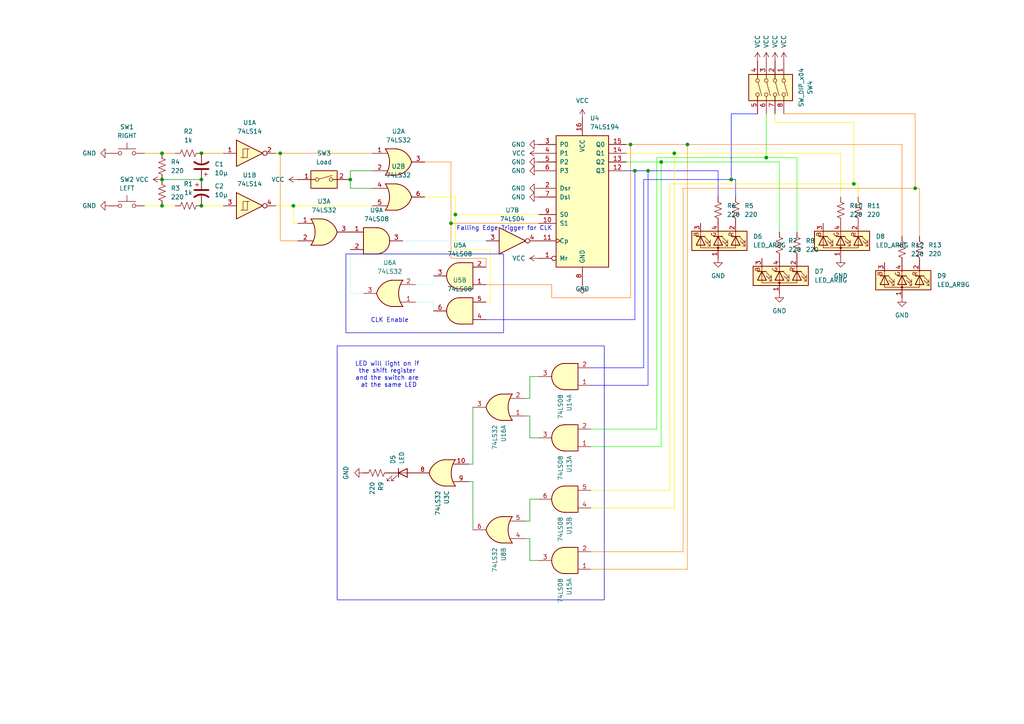
<source format=kicad_sch>
(kicad_sch (version 20250114) (generator "eeschema") (generator_version "9.0")
  (paper "A4")
  (lib_symbols
    (symbol "74xx:74LS04"
      (property "Reference" "U" (at 0 1.27 0))
      (property "Value" "74LS04" (at 0 -1.27 0))
      (symbol "74LS04_1_0"
        (pin input line (at -7.62 0 0) (length 3.81) (name "~") (number "1"))
        (pin output inverted (at 7.62 0 180) (length 3.81) (name "~") (number "2"))
      )
      (symbol "74LS04_2_0"
        (pin input line (at -7.62 0 0) (length 3.81) (name "~") (number "3"))
        (pin output inverted (at 7.62 0 180) (length 3.81) (name "~") (number "4"))
      )
      (symbol "74LS04_3_0"
        (pin input line (at -7.62 0 0) (length 3.81) (name "~") (number "5"))
        (pin output inverted (at 7.62 0 180) (length 3.81) (name "~") (number "6"))
      )
      (symbol "74LS04_4_0"
        (pin input line (at -7.62 0 0) (length 3.81) (name "~") (number "9"))
        (pin output inverted (at 7.62 0 180) (length 3.81) (name "~") (number "8"))
      )
      (symbol "74LS04_5_0"
        (pin input line (at -7.62 0 0) (length 3.81) (name "~") (number "11"))
        (pin output inverted (at 7.62 0 180) (length 3.81) (name "~") (number "10"))
      )
      (symbol "74LS04_6_0"
        (pin input line (at -7.62 0 0) (length 3.81) (name "~") (number "13"))
        (pin output inverted (at 7.62 0 180) (length 3.81) (name "~") (number "12"))
      )
      (symbol "74LS04_7_0"
        (pin power_in line (at 0 12.7 270) (length 5.08) (name "VCC") (number "14"))
        (pin power_in line (at 0 -12.7 90) (length 5.08) (name "GND") (number "7"))
      )
    )
    (symbol "74xx:74LS08" (pin_names (offset 1.016))
      (property "Reference" "U" (at 0 1.27 0))
      (property "Value" "74LS08" (at 0 -1.27 0))
      (symbol "74LS08_1_1"
        (pin input line (at -7.62 2.54 0) (length 3.81) (name "~") (number "1"))
        (pin input line (at -7.62 -2.54 0) (length 3.81) (name "~") (number "2"))
        (pin output line (at 7.62 0 180) (length 3.81) (name "~") (number "3"))
      )
      (symbol "74LS08_1_2"
        (pin input inverted (at -7.62 2.54 0) (length 4.318) (name "~") (number "1"))
        (pin input inverted (at -7.62 -2.54 0) (length 4.318) (name "~") (number "2"))
        (pin output inverted (at 7.62 0 180) (length 3.81) (name "~") (number "3"))
      )
      (symbol "74LS08_2_1"
        (pin input line (at -7.62 2.54 0) (length 3.81) (name "~") (number "4"))
        (pin input line (at -7.62 -2.54 0) (length 3.81) (name "~") (number "5"))
        (pin output line (at 7.62 0 180) (length 3.81) (name "~") (number "6"))
      )
      (symbol "74LS08_2_2"
        (pin input inverted (at -7.62 2.54 0) (length 4.318) (name "~") (number "4"))
        (pin input inverted (at -7.62 -2.54 0) (length 4.318) (name "~") (number "5"))
        (pin output inverted (at 7.62 0 180) (length 3.81) (name "~") (number "6"))
      )
      (symbol "74LS08_3_1"
        (pin input line (at -7.62 2.54 0) (length 3.81) (name "~") (number "9"))
        (pin input line (at -7.62 -2.54 0) (length 3.81) (name "~") (number "10"))
        (pin output line (at 7.62 0 180) (length 3.81) (name "~") (number "8"))
      )
      (symbol "74LS08_3_2"
        (pin input inverted (at -7.62 2.54 0) (length 4.318) (name "~") (number "9"))
        (pin input inverted (at -7.62 -2.54 0) (length 4.318) (name "~") (number "10"))
        (pin output inverted (at 7.62 0 180) (length 3.81) (name "~") (number "8"))
      )
      (symbol "74LS08_4_1"
        (pin input line (at -7.62 2.54 0) (length 3.81) (name "~") (number "12"))
        (pin input line (at -7.62 -2.54 0) (length 3.81) (name "~") (number "13"))
        (pin output line (at 7.62 0 180) (length 3.81) (name "~") (number "11"))
      )
      (symbol "74LS08_4_2"
        (pin input inverted (at -7.62 2.54 0) (length 4.318) (name "~") (number "12"))
        (pin input inverted (at -7.62 -2.54 0) (length 4.318) (name "~") (number "13"))
        (pin output inverted (at 7.62 0 180) (length 3.81) (name "~") (number "11"))
      )
      (symbol "74LS08_5_0"
        (pin power_in line (at 0 12.7 270) (length 5.08) (name "VCC") (number "14"))
        (pin power_in line (at 0 -12.7 90) (length 5.08) (name "GND") (number "7"))
      )
    )
    (symbol "74xx:74LS14" (pin_names (offset 1.016))
      (property "Reference" "U" (at 0 1.27 0))
      (property "Value" "74LS14" (at 0 -1.27 0))
      (symbol "74LS14_1_0"
        (pin input line (at -7.62 0 0) (length 3.81) (name "~") (number "1"))
        (pin output inverted (at 7.62 0 180) (length 3.81) (name "~") (number "2"))
      )
      (symbol "74LS14_2_0"
        (pin input line (at -7.62 0 0) (length 3.81) (name "~") (number "3"))
        (pin output inverted (at 7.62 0 180) (length 3.81) (name "~") (number "4"))
      )
      (symbol "74LS14_3_0"
        (pin input line (at -7.62 0 0) (length 3.81) (name "~") (number "5"))
        (pin output inverted (at 7.62 0 180) (length 3.81) (name "~") (number "6"))
      )
      (symbol "74LS14_4_0"
        (pin input line (at -7.62 0 0) (length 3.81) (name "~") (number "9"))
        (pin output inverted (at 7.62 0 180) (length 3.81) (name "~") (number "8"))
      )
      (symbol "74LS14_5_0"
        (pin input line (at -7.62 0 0) (length 3.81) (name "~") (number "11"))
        (pin output inverted (at 7.62 0 180) (length 3.81) (name "~") (number "10"))
      )
      (symbol "74LS14_6_0"
        (pin input line (at -7.62 0 0) (length 3.81) (name "~") (number "13"))
        (pin output inverted (at 7.62 0 180) (length 3.81) (name "~") (number "12"))
      )
      (symbol "74LS14_7_0"
        (pin power_in line (at 0 12.7 270) (length 5.08) (name "VCC") (number "14"))
        (pin power_in line (at 0 -12.7 90) (length 5.08) (name "GND") (number "7"))
      )
    )
    (symbol "74xx:74LS194" (pin_names (offset 1.016))
      (property "Reference" "U" (at -7.62 19.05 0))
      (property "Value" "74LS194" (at -7.62 -21.59 0))
      (symbol "74LS194_1_0"
        (pin input line (at -12.7 15.24 0) (length 5.08) (name "P0") (number "3"))
        (pin input line (at -12.7 12.7 0) (length 5.08) (name "P1") (number "4"))
        (pin input line (at -12.7 10.16 0) (length 5.08) (name "P2") (number "5"))
        (pin input line (at -12.7 7.62 0) (length 5.08) (name "P3") (number "6"))
        (pin input line (at -12.7 2.54 0) (length 5.08) (name "Dsr") (number "2"))
        (pin input line (at -12.7 0 0) (length 5.08) (name "Dsl") (number "7"))
        (pin input line (at -12.7 -5.08 0) (length 5.08) (name "S0") (number "9"))
        (pin input line (at -12.7 -7.62 0) (length 5.08) (name "S1") (number "10"))
        (pin input clock (at -12.7 -12.7 0) (length 5.08) (name "Cp") (number "11"))
        (pin input inverted (at -12.7 -17.78 0) (length 5.08) (name "Mr") (number "1"))
        (pin power_in line (at 0 22.86 270) (length 5.08) (name "VCC") (number "16"))
        (pin power_in line (at 0 -25.4 90) (length 5.08) (name "GND") (number "8"))
        (pin output line (at 12.7 15.24 180) (length 5.08) (name "Q0") (number "15"))
        (pin output line (at 12.7 12.7 180) (length 5.08) (name "Q1") (number "14"))
        (pin output line (at 12.7 10.16 180) (length 5.08) (name "Q2") (number "13"))
        (pin output line (at 12.7 7.62 180) (length 5.08) (name "Q3") (number "12"))
      )
    )
    (symbol "74xx:74LS32" (pin_names (offset 1.016))
      (property "Reference" "U" (at 0 1.27 0))
      (property "Value" "74LS32" (at 0 -1.27 0))
      (symbol "74LS32_1_1"
        (pin input line (at -7.62 2.54 0) (length 4.318) (name "~") (number "1"))
        (pin input line (at -7.62 -2.54 0) (length 4.318) (name "~") (number "2"))
        (pin output line (at 7.62 0 180) (length 3.81) (name "~") (number "3"))
      )
      (symbol "74LS32_1_2"
        (pin input inverted (at -7.62 2.54 0) (length 3.81) (name "~") (number "1"))
        (pin input inverted (at -7.62 -2.54 0) (length 3.81) (name "~") (number "2"))
        (pin output inverted (at 7.62 0 180) (length 3.81) (name "~") (number "3"))
      )
      (symbol "74LS32_2_1"
        (pin input line (at -7.62 2.54 0) (length 4.318) (name "~") (number "4"))
        (pin input line (at -7.62 -2.54 0) (length 4.318) (name "~") (number "5"))
        (pin output line (at 7.62 0 180) (length 3.81) (name "~") (number "6"))
      )
      (symbol "74LS32_2_2"
        (pin input inverted (at -7.62 2.54 0) (length 3.81) (name "~") (number "4"))
        (pin input inverted (at -7.62 -2.54 0) (length 3.81) (name "~") (number "5"))
        (pin output inverted (at 7.62 0 180) (length 3.81) (name "~") (number "6"))
      )
      (symbol "74LS32_3_1"
        (pin input line (at -7.62 2.54 0) (length 4.318) (name "~") (number "9"))
        (pin input line (at -7.62 -2.54 0) (length 4.318) (name "~") (number "10"))
        (pin output line (at 7.62 0 180) (length 3.81) (name "~") (number "8"))
      )
      (symbol "74LS32_3_2"
        (pin input inverted (at -7.62 2.54 0) (length 3.81) (name "~") (number "9"))
        (pin input inverted (at -7.62 -2.54 0) (length 3.81) (name "~") (number "10"))
        (pin output inverted (at 7.62 0 180) (length 3.81) (name "~") (number "8"))
      )
      (symbol "74LS32_4_1"
        (pin input line (at -7.62 2.54 0) (length 4.318) (name "~") (number "12"))
        (pin input line (at -7.62 -2.54 0) (length 4.318) (name "~") (number "13"))
        (pin output line (at 7.62 0 180) (length 3.81) (name "~") (number "11"))
      )
      (symbol "74LS32_4_2"
        (pin input inverted (at -7.62 2.54 0) (length 3.81) (name "~") (number "12"))
        (pin input inverted (at -7.62 -2.54 0) (length 3.81) (name "~") (number "13"))
        (pin output inverted (at 7.62 0 180) (length 3.81) (name "~") (number "11"))
      )
      (symbol "74LS32_5_0"
        (pin power_in line (at 0 12.7 270) (length 5.08) (name "VCC") (number "14"))
        (pin power_in line (at 0 -12.7 90) (length 5.08) (name "GND") (number "7"))
      )
    )
    (symbol "Device:C_Polarized_US" (pin_numbers (hide yes)) (pin_names (offset 0.254) (hide yes))
      (property "Reference" "C" (at 0.635 2.54 0))
      (property "Value" "C_Polarized_US" (at 0.635 -2.54 0))
      (symbol "C_Polarized_US_1_1"
        (pin passive line (at 0 3.81 270) (length 2.794) (name "~") (number "1"))
        (pin passive line (at 0 -3.81 90) (length 3.302) (name "~") (number "2"))
      )
    )
    (symbol "Device:LED" (pin_numbers (hide yes)) (pin_names (offset 1.016) (hide yes))
      (property "Reference" "D" (at 0 2.54 0))
      (property "Value" "LED" (at 0 -2.54 0))
      (symbol "LED_1_1"
        (pin passive line (at -3.81 0 0) (length 2.54) (name "K") (number "1"))
        (pin passive line (at 3.81 0 180) (length 2.54) (name "A") (number "2"))
      )
    )
    (symbol "Device:LED_ARBG" (pin_names (offset 0) (hide yes))
      (property "Reference" "D" (at 0 9.398 0))
      (property "Value" "LED_ARBG" (at 0 -8.89 0))
      (symbol "LED_ARBG_0_0"
        (text "R" (at -1.905 3.81 0) (effects (font (size 1.27 1.27))))
        (text "G" (at -1.905 -1.27 0) (effects (font (size 1.27 1.27))))
        (text "B" (at -1.905 -6.35 0) (effects (font (size 1.27 1.27))))
      )
      (symbol "LED_ARBG_1_1"
        (pin passive line (at -5.08 5.08 0) (length 2.54) (name "RK") (number "2"))
        (pin passive line (at -5.08 0 0) (length 2.54) (name "GK") (number "4"))
        (pin passive line (at -5.08 -5.08 0) (length 2.54) (name "BK") (number "3"))
        (pin passive line (at 5.08 0 180) (length 2.54) (name "A") (number "1"))
      )
    )
    (symbol "Device:R_US" (pin_numbers (hide yes)) (pin_names (offset 0))
      (property "Reference" "R" (at 2.54 0 90))
      (property "Value" "R_US" (at -2.54 0 90))
      (symbol "R_US_1_1"
        (pin passive line (at 0 3.81 270) (length 1.27) (name "~") (number "1"))
        (pin passive line (at 0 -3.81 90) (length 1.27) (name "~") (number "2"))
      )
    )
    (symbol "Switch:SW_DIP_x01" (pin_names (offset 0) (hide yes))
      (property "Reference" "SW" (at 0 3.81 0))
      (property "Value" "SW_DIP_x01" (at 0 -3.81 0))
      (symbol "SW_DIP_x01_1_1"
        (pin passive line (at -7.62 0 0) (length 5.08) (name "~") (number "1"))
        (pin passive line (at 7.62 0 180) (length 5.08) (name "~") (number "2"))
      )
    )
    (symbol "Switch:SW_DIP_x04" (pin_names (offset 0) (hide yes))
      (property "Reference" "SW" (at 0 8.89 0))
      (property "Value" "SW_DIP_x04" (at 0 -6.35 0))
      (symbol "SW_DIP_x04_1_1"
        (pin passive line (at -7.62 5.08 0) (length 5.08) (name "~") (number "1"))
        (pin passive line (at -7.62 2.54 0) (length 5.08) (name "~") (number "2"))
        (pin passive line (at -7.62 0 0) (length 5.08) (name "~") (number "3"))
        (pin passive line (at -7.62 -2.54 0) (length 5.08) (name "~") (number "4"))
        (pin passive line (at 7.62 5.08 180) (length 5.08) (name "~") (number "8"))
        (pin passive line (at 7.62 2.54 180) (length 5.08) (name "~") (number "7"))
        (pin passive line (at 7.62 0 180) (length 5.08) (name "~") (number "6"))
        (pin passive line (at 7.62 -2.54 180) (length 5.08) (name "~") (number "5"))
      )
    )
    (symbol "Switch:SW_Push" (pin_numbers (hide yes)) (pin_names (offset 1.016) (hide yes))
      (property "Reference" "SW" (at 1.27 2.54 0))
      (property "Value" "SW_Push" (at 0 -1.524 0))
      (symbol "SW_Push_0_1"
        (pin passive line (at -5.08 0 0) (length 2.54) (name "1") (number "1"))
        (pin passive line (at 5.08 0 180) (length 2.54) (name "2") (number "2"))
      )
    )
    (symbol "power:GND" (power) (pin_numbers (hide yes)) (pin_names (offset 0) (hide yes))
      (property "Value" "GND" (at 0 -3.81 0))
      (symbol "GND_1_1"
        (pin power_in line (at 0 0 270) (length 0) (name "~") (number "1"))
      )
    )
    (symbol "power:VCC" (power) (pin_numbers (hide yes)) (pin_names (offset 0) (hide yes))
      (property "Value" "VCC" (at 0 3.556 0))
      (symbol "VCC_1_1"
        (pin power_in line (at 0 0 90) (length 0) (name "~") (number "1"))
      )
    )
  )
  (rectangle (start 97.79 100.33) (end 175.26 173.99))
  (rectangle (start 100.33 73.66) (end 146.05 96.52))
  (text "CLK Enable" (at 113.03 92.964 0) (effects (font (size 1.27 1.27))))
  (text "Falling Edge Trigger for CLK" (at 146.304 66.294 0) (effects (font (size 1.27 1.27))))
  (text "LED will light on if \nthe shift register \nand the switch are \nat the same LED" (at 112.776 108.712 0) (effects (font (size 1.27 1.27))))
  (junction (at 184.15 49.53))
  (junction (at 182.88 41.91))
  (junction (at 191.77 46.99))
  (junction (at 199.39 41.91))
  (junction (at 212.09 52.07))
  (junction (at 46.99 52.07))
  (junction (at 222.25 45.72))
  (junction (at 58.42 59.69))
  (junction (at 101.6 52.07))
  (junction (at 195.58 44.45))
  (junction (at 58.42 44.45))
  (junction (at 46.99 59.69))
  (junction (at 81.28 44.45))
  (junction (at 85.09 59.69))
  (junction (at 130.81 64.77))
  (junction (at 132.08 62.23))
  (junction (at 46.99 44.45))
  (junction (at 265.43 54.61))
  (junction (at 187.96 49.53))
  (junction (at 247.65 53.34))
  (junction (at 58.42 52.07))
  (wire (pts (xy 137.16 139.7) (xy 135.89 139.7)))
  (wire (pts (xy 194.31 53.34) (xy 194.31 142.24)) (stroke (width 0) (color 255 239 0 1)))
  (wire (pts (xy 142.24 87.63) (xy 140.97 87.63)) (stroke (width 0) (color 254 255 0 1)))
  (wire (pts (xy 46.99 52.07) (xy 58.42 52.07)))
  (wire (pts (xy 195.58 44.45) (xy 195.58 147.32)) (stroke (width 0) (color 255 239 0 1)))
  (wire (pts (xy 85.09 64.77) (xy 86.36 64.77)) (stroke (width 0) (color 254 255 0 1)))
  (wire (pts (xy 125.73 90.17) (xy 125.73 87.63)) (stroke (width 0) (color 186 244 255 1)))
  (wire (pts (xy 199.39 165.1) (xy 171.45 165.1)) (stroke (width 0) (color 255 130 0 1)))
  (wire (pts (xy 190.5 45.72) (xy 190.5 124.46)) (stroke (width 0) (color 19 255 0 1)))
  (wire (pts (xy 81.28 44.45) (xy 107.95 44.45)) (stroke (width 0) (color 255 132 0 1)))
  (wire (pts (xy 130.81 64.77) (xy 156.21 64.77)) (stroke (width 0) (color 255 132 0 1)))
  (wire (pts (xy 101.6 49.53) (xy 107.95 49.53)))
  (wire (pts (xy 199.39 41.91) (xy 199.39 165.1)) (stroke (width 0) (color 255 130 0 1)))
  (wire (pts (xy 130.81 74.93) (xy 140.97 74.93)) (stroke (width 0) (color 255 132 0 1)))
  (wire (pts (xy 85.09 59.69) (xy 85.09 64.77)) (stroke (width 0) (color 254 255 0 1)))
  (wire (pts (xy 160.02 86.36) (xy 160.02 82.55)) (stroke (width 0) (color 255 109 0 1)))
  (wire (pts (xy 140.97 74.93) (xy 140.97 77.47)) (stroke (width 0) (color 255 132 0 1)))
  (wire (pts (xy 190.5 45.72) (xy 222.25 45.72)) (stroke (width 0) (color 19 255 0 1)))
  (wire (pts (xy 266.7 54.61) (xy 265.43 54.61)) (stroke (width 0) (color 255 130 0 1)))
  (wire (pts (xy 266.7 54.61) (xy 266.7 68.535)) (stroke (width 0) (color 255 130 0 1)))
  (wire (pts (xy 265.43 33.02) (xy 265.43 54.61)) (stroke (width 0) (color 255 130 0 1)))
  (wire (pts (xy 123.19 57.15) (xy 132.08 57.15)) (stroke (width 0) (color 254 255 0 1)))
  (wire (pts (xy 132.08 62.23) (xy 156.21 62.23)) (stroke (width 0) (color 254 255 0 1)))
  (wire (pts (xy 58.42 59.69) (xy 64.77 59.69)) (stroke (width 0) (color 254 255 0 1)))
  (wire (pts (xy 184.15 49.53) (xy 184.15 92.71)) (stroke (width 0) (color 26 2 255 1)))
  (wire (pts (xy 187.96 111.76) (xy 171.45 111.76)) (stroke (width 0) (color 26 2 255 1)))
  (wire (pts (xy 222.25 33.02) (xy 222.25 45.72)) (stroke (width 0) (color 19 255 0 1)))
  (wire (pts (xy 222.25 45.72) (xy 231.14 45.72)) (stroke (width 0) (color 19 255 0 1)))
  (wire (pts (xy 191.77 46.99) (xy 191.77 129.54)) (stroke (width 0) (color 19 255 0 1)))
  (wire (pts (xy 213.36 52.07) (xy 212.09 52.07)) (stroke (width 0) (color 0 11 255 1)))
  (wire (pts (xy 130.81 46.99) (xy 130.81 64.77)) (stroke (width 0) (color 255 132 0 1)))
  (wire (pts (xy 194.31 53.34) (xy 247.65 53.34)) (stroke (width 0) (color 255 239 0 1)))
  (wire (pts (xy 187.96 49.53) (xy 208.28 49.53)) (stroke (width 0) (color 26 2 255 1)))
  (wire (pts (xy 58.42 44.45) (xy 64.77 44.45)) (stroke (width 0) (color 255 132 0 1)))
  (wire (pts (xy 137.16 134.62) (xy 135.89 134.62)))
  (wire (pts (xy 194.31 142.24) (xy 171.45 142.24)) (stroke (width 0) (color 255 239 0 1)))
  (wire (pts (xy 181.61 46.99) (xy 191.77 46.99)) (stroke (width 0) (color 19 255 0 1)))
  (wire (pts (xy 80.01 44.45) (xy 81.28 44.45)) (stroke (width 0) (color 255 132 0 1)))
  (wire (pts (xy 227.33 33.02) (xy 265.43 33.02)) (stroke (width 0) (color 255 130 0 1)))
  (wire (pts (xy 153.67 115.57) (xy 152.4 115.57)))
  (wire (pts (xy 153.67 151.13) (xy 152.4 151.13)))
  (wire (pts (xy 187.96 49.53) (xy 187.96 111.76)) (stroke (width 0) (color 26 2 255 1)))
  (wire (pts (xy 181.61 41.91) (xy 182.88 41.91)) (stroke (width 0) (color 255 109 0 1)))
  (wire (pts (xy 261.62 41.91) (xy 261.62 68.58)) (stroke (width 0) (color 255 109 0 1)))
  (wire (pts (xy 132.08 57.15) (xy 132.08 62.23)) (stroke (width 0) (color 254 255 0 1)))
  (wire (pts (xy 181.61 44.45) (xy 195.58 44.45)) (stroke (width 0) (color 255 239 0 1)))
  (wire (pts (xy 186.69 52.07) (xy 212.09 52.07)) (stroke (width 0) (color 0 11 255 1)))
  (wire (pts (xy 130.81 64.77) (xy 130.81 74.93)) (stroke (width 0) (color 255 132 0 1)))
  (wire (pts (xy 182.88 41.91) (xy 199.39 41.91)) (stroke (width 0) (color 255 109 0 1)))
  (wire (pts (xy 41.91 44.45) (xy 46.99 44.45)) (stroke (width 0) (color 255 132 0 1)))
  (wire (pts (xy 142.24 72.39) (xy 142.24 87.63)) (stroke (width 0) (color 254 255 0 1)))
  (wire (pts (xy 199.39 41.91) (xy 261.62 41.91)) (stroke (width 0) (color 255 130 0 1)))
  (wire (pts (xy 212.09 33.02) (xy 212.09 52.07)) (stroke (width 0) (color 0 11 255 1)))
  (wire (pts (xy 81.28 44.45) (xy 81.28 69.85)) (stroke (width 0) (color 255 132 0 1)))
  (wire (pts (xy 116.84 69.85) (xy 140.97 69.85)) (stroke (width 0) (color 186 244 255 1)))
  (wire (pts (xy 153.67 162.56) (xy 153.67 156.21)))
  (wire (pts (xy 195.58 44.45) (xy 243.84 44.45)) (stroke (width 0) (color 255 239 0 1)))
  (wire (pts (xy 132.08 72.39) (xy 142.24 72.39)) (stroke (width 0) (color 254 255 0 1)))
  (wire (pts (xy 156.21 109.22) (xy 153.67 109.22)))
  (wire (pts (xy 247.65 35.56) (xy 247.65 53.34)) (stroke (width 0) (color 255 232 0 1)))
  (wire (pts (xy 212.09 33.02) (xy 219.71 33.02)) (stroke (width 0) (color 0 11 255 1)))
  (wire (pts (xy 153.67 109.22) (xy 153.67 115.57)))
  (wire (pts (xy 156.21 162.56) (xy 153.67 162.56)))
  (wire (pts (xy 156.21 127) (xy 153.67 127)))
  (wire (pts (xy 46.99 59.69) (xy 50.8 59.69)) (stroke (width 0) (color 254 255 0 1)))
  (wire (pts (xy 120.65 87.63) (xy 125.73 87.63)) (stroke (width 0) (color 186 244 255 1)))
  (wire (pts (xy 132.08 62.23) (xy 132.08 72.39)) (stroke (width 0) (color 254 255 0 1)))
  (wire (pts (xy 190.5 124.46) (xy 171.45 124.46)) (stroke (width 0) (color 19 255 0 1)))
  (wire (pts (xy 182.88 41.91) (xy 182.88 86.36)) (stroke (width 0) (color 255 109 0 1)))
  (wire (pts (xy 191.77 46.99) (xy 226.06 46.99)) (stroke (width 0) (color 19 255 0 1)))
  (wire (pts (xy 191.77 129.54) (xy 171.45 129.54)) (stroke (width 0) (color 19 255 0 1)))
  (wire (pts (xy 248.92 53.34) (xy 247.65 53.34)) (stroke (width 0) (color 255 232 0 1)))
  (wire (pts (xy 80.01 59.69) (xy 85.09 59.69)) (stroke (width 0) (color 254 255 0 1)))
  (wire (pts (xy 181.61 49.53) (xy 184.15 49.53)) (stroke (width 0) (color 26 2 255 1)))
  (wire (pts (xy 226.06 46.99) (xy 226.06 67.31)) (stroke (width 0) (color 19 255 0 1)))
  (wire (pts (xy 153.67 156.21) (xy 152.4 156.21)))
  (wire (pts (xy 41.91 59.69) (xy 46.99 59.69)) (stroke (width 0) (color 254 255 0 1)))
  (wire (pts (xy 153.67 127) (xy 153.67 120.65)))
  (wire (pts (xy 137.16 118.11) (xy 137.16 134.62)))
  (wire (pts (xy 125.73 80.01) (xy 125.73 82.55)) (stroke (width 0) (color 186 244 255 1)))
  (wire (pts (xy 105.41 85.09) (xy 101.6 85.09)) (stroke (width 0) (color 186 244 255 1)))
  (wire (pts (xy 186.69 106.68) (xy 171.45 106.68)) (stroke (width 0) (color 0 11 255 1)))
  (wire (pts (xy 266.7 76.155) (xy 266.7 76.2)) (stroke (width 0) (color 255 130 0 1)))
  (wire (pts (xy 243.84 44.45) (xy 243.84 57.15)) (stroke (width 0) (color 255 239 0 1)))
  (wire (pts (xy 85.09 59.69) (xy 107.95 59.69)) (stroke (width 0) (color 254 255 0 1)))
  (wire (pts (xy 184.15 49.53) (xy 187.96 49.53)) (stroke (width 0) (color 26 2 255 1)))
  (wire (pts (xy 198.12 54.61) (xy 198.12 160.02)) (stroke (width 0) (color 255 130 0 1)))
  (wire (pts (xy 265.43 54.61) (xy 198.12 54.61)) (stroke (width 0) (color 255 130 0 1)))
  (wire (pts (xy 186.69 52.07) (xy 186.69 106.68)) (stroke (width 0) (color 0 11 255 1)))
  (wire (pts (xy 248.92 53.34) (xy 248.92 57.15)) (stroke (width 0) (color 255 232 0 1)))
  (wire (pts (xy 213.36 52.07) (xy 213.36 57.15)) (stroke (width 0) (color 0 11 255 1)))
  (wire (pts (xy 195.58 147.32) (xy 171.45 147.32)) (stroke (width 0) (color 255 239 0 1)))
  (wire (pts (xy 140.97 82.55) (xy 160.02 82.55)) (stroke (width 0) (color 255 109 0 1)))
  (wire (pts (xy 101.6 54.61) (xy 107.95 54.61)))
  (wire (pts (xy 46.99 44.45) (xy 50.8 44.45)) (stroke (width 0) (color 255 132 0 1)))
  (wire (pts (xy 137.16 153.67) (xy 137.16 139.7)))
  (wire (pts (xy 231.14 45.72) (xy 231.14 67.31)) (stroke (width 0) (color 19 255 0 1)))
  (wire (pts (xy 198.12 160.02) (xy 171.45 160.02)) (stroke (width 0) (color 255 130 0 1)))
  (wire (pts (xy 101.6 52.07) (xy 101.6 49.53)))
  (wire (pts (xy 101.6 85.09) (xy 101.6 72.39)) (stroke (width 0) (color 186 244 255 1)))
  (wire (pts (xy 156.21 144.78) (xy 153.67 144.78)))
  (wire (pts (xy 153.67 144.78) (xy 153.67 151.13)))
  (wire (pts (xy 224.79 33.02) (xy 224.79 35.56)) (stroke (width 0) (color 255 232 0 1)))
  (wire (pts (xy 224.79 35.56) (xy 247.65 35.56)) (stroke (width 0) (color 255 232 0 1)))
  (wire (pts (xy 153.67 120.65) (xy 152.4 120.65)))
  (wire (pts (xy 123.19 46.99) (xy 130.81 46.99)) (stroke (width 0) (color 255 132 0 1)))
  (wire (pts (xy 182.88 86.36) (xy 160.02 86.36)) (stroke (width 0) (color 255 109 0 1)))
  (wire (pts (xy 81.28 69.85) (xy 86.36 69.85)) (stroke (width 0) (color 255 132 0 1)))
  (wire (pts (xy 101.6 52.07) (xy 101.6 54.61)))
  (wire (pts (xy 120.65 82.55) (xy 125.73 82.55)) (stroke (width 0) (color 186 244 255 1)))
  (wire (pts (xy 208.28 49.53) (xy 208.28 57.15)) (stroke (width 0) (color 26 2 255 1)))
  (wire (pts (xy 184.15 92.71) (xy 140.97 92.71)) (stroke (width 0) (color 26 2 255 1)))
  (symbol (lib_id "Device:R_US") (at 54.61 59.69 90) (unit 1)
    (property "Reference" "R1" (at 54.61 53.34 90))
    (property "Value" "1k" (at 54.61 55.88 90))
    (property "Description" "Resistor, US symbol" (effects (hide yes)))
  )
  (symbol (lib_id "power:VCC") (at 168.91 34.29 0) (unit 1)
    (property "Reference" "#PWR010" (effects (hide yes)))
    (property "Value" "VCC" (at 168.91 29.21 0))
    (property "Description" "Power symbol creates a global label with name \"VCC\"" (effects (hide yes)))
  )
  (symbol (lib_id "Device:R_US") (at 109.22 137.16 270) (unit 1)
    (property "Reference" "R9" (at 110.4901 139.7 0) (effects (justify left)))
    (property "Value" "220" (at 107.9501 139.7 0) (effects (justify left)))
    (property "Description" "Resistor, US symbol" (effects (hide yes)))
  )
  (symbol (lib_id "Device:R_US") (at 231.14 71.12 0) (unit 1)
    (property "Reference" "R8" (at 233.68 69.8499 0) (effects (justify left)))
    (property "Value" "220" (at 233.68 72.3899 0) (effects (justify left)))
    (property "Description" "Resistor, US symbol" (effects (hide yes)))
  )
  (symbol (lib_id "power:GND") (at 156.21 46.99 270) (unit 1)
    (property "Reference" "#PWR06" (effects (hide yes)))
    (property "Value" "GND" (at 152.4 46.9899 90) (effects (justify right)))
    (property "Description" "Power symbol creates a global label with name \"GND\" , ground" (effects (hide yes)))
  )
  (symbol (lib_id "74xx:74LS08") (at 133.35 90.17 180) (unit 2)
    (property "Reference" "U5" (at 133.3583 81.28 0))
    (property "Value" "74LS08" (at 133.3583 83.82 0))
    (property "Datasheet" "http://www.ti.com/lit/gpn/sn74LS08" (effects (hide yes)))
    (property "Description" "Quad And2" (effects (hide yes)))
  )
  (symbol (lib_id "Device:R_US") (at 213.36 60.96 0) (unit 1)
    (property "Reference" "R5" (at 215.9 59.6899 0) (effects (justify left)))
    (property "Value" "220" (at 215.9 62.2299 0) (effects (justify left)))
    (property "Description" "Resistor, US symbol" (effects (hide yes)))
  )
  (symbol (lib_id "Device:LED") (at 116.84 137.16 0) (unit 1)
    (property "Reference" "D5" (at 113.9824 134.62 90) (effects (justify left)))
    (property "Value" "LED" (at 116.5224 134.62 90) (effects (justify left)))
    (property "Description" "Light emitting diode" (effects (hide yes)))
  )
  (symbol (lib_id "Switch:SW_DIP_x01") (at 93.98 52.07 0) (unit 1)
    (property "Reference" "SW3" (at 93.98 44.45 0))
    (property "Value" "Load" (at 93.98 46.99 0))
    (property "Description" "1x DIP Switch, Single Pole Single Throw (SPST) switch, small symbol" (effects (hide yes)))
  )
  (symbol (lib_id "Device:R_US") (at 248.92 60.96 0) (unit 1)
    (property "Reference" "R11" (at 251.46 59.6899 0) (effects (justify left)))
    (property "Value" "220" (at 251.46 62.2299 0) (effects (justify left)))
    (property "Description" "Resistor, US symbol" (effects (hide yes)))
  )
  (symbol (lib_id "power:GND") (at 208.28 74.93 0) (unit 1)
    (property "Reference" "#PWR021" (effects (hide yes)))
    (property "Value" "GND" (at 208.28 80.01 0))
    (property "Description" "Power symbol creates a global label with name \"GND\" , ground" (effects (hide yes)))
  )
  (symbol (lib_id "74xx:74LS08") (at 163.83 162.56 180) (unit 1)
    (property "Reference" "U15" (at 165.1084 167.64 90) (effects (justify left)))
    (property "Value" "74LS08" (at 162.5684 167.64 90) (effects (justify left)))
    (property "Datasheet" "http://www.ti.com/lit/gpn/sn74LS08" (effects (hide yes)))
    (property "Description" "Quad And2" (effects (hide yes)))
  )
  (symbol (lib_id "power:VCC") (at 219.71 17.78 0) (unit 1)
    (property "Reference" "#PWR015" (effects (hide yes)))
    (property "Value" "VCC" (at 219.7101 13.97 90) (effects (justify left)))
    (property "Description" "Power symbol creates a global label with name \"VCC\"" (effects (hide yes)))
  )
  (symbol (lib_id "74xx:74LS08") (at 163.83 144.78 180) (unit 2)
    (property "Reference" "U13" (at 165.1084 149.86 90) (effects (justify left)))
    (property "Value" "74LS08" (at 162.5684 149.86 90) (effects (justify left)))
    (property "Datasheet" "http://www.ti.com/lit/gpn/sn74LS08" (effects (hide yes)))
    (property "Description" "Quad And2" (effects (hide yes)))
  )
  (symbol (lib_id "Device:LED_ARBG") (at 208.28 69.85 270) (unit 1)
    (property "Reference" "D6" (at 218.44 68.5799 90) (effects (justify left)))
    (property "Value" "LED_ARBG" (at 218.44 71.1199 90) (effects (justify left)))
    (property "Description" "RGB LED, anode/red/blue/green" (effects (hide yes)))
  )
  (symbol (lib_id "74xx:74LS04") (at 148.59 69.85 0) (unit 2)
    (property "Reference" "U7" (at 148.59 60.96 0))
    (property "Value" "74LS04" (at 148.59 63.5 0))
    (property "Datasheet" "http://www.ti.com/lit/gpn/sn74LS04" (effects (hide yes)))
    (property "Description" "Hex Inverter" (effects (hide yes)))
  )
  (symbol (lib_id "power:VCC") (at 224.79 17.78 0) (unit 1)
    (property "Reference" "#PWR013" (effects (hide yes)))
    (property "Value" "VCC" (at 224.7901 13.97 90) (effects (justify left)))
    (property "Description" "Power symbol creates a global label with name \"VCC\"" (effects (hide yes)))
  )
  (symbol (lib_id "Switch:SW_DIP_x04") (at 222.25 25.4 270) (unit 1)
    (property "Reference" "SW4" (at 234.95 25.4 0))
    (property "Value" "SW_DIP_x04" (at 232.41 25.4 0))
    (property "Description" "4x DIP Switch, Single Pole Single Throw (SPST) switch, small symbol" (effects (hide yes)))
  )
  (symbol (lib_id "power:GND") (at 261.62 86.36 0) (unit 1)
    (property "Reference" "#PWR023" (effects (hide yes)))
    (property "Value" "GND" (at 261.62 91.44 0))
    (property "Description" "Power symbol creates a global label with name \"GND\" , ground" (effects (hide yes)))
  )
  (symbol (lib_id "74xx:74LS194") (at 168.91 57.15 0) (unit 1)
    (property "Reference" "U4" (at 171.1041 34.29 0) (effects (justify left)))
    (property "Value" "74LS194" (at 171.1041 36.83 0) (effects (justify left)))
    (property "Datasheet" "http://www.ti.com/lit/gpn/sn74LS194" (effects (hide yes)))
    (property "Description" "Shift Register 4-bit Bidirectional" (effects (hide yes)))
  )
  (symbol (lib_id "74xx:74LS32") (at 115.57 57.15 0) (unit 2)
    (property "Reference" "U2" (at 115.57 48.26 0))
    (property "Value" "74LS32" (at 115.57 50.8 0))
    (property "Datasheet" "http://www.ti.com/lit/gpn/sn74LS32" (effects (hide yes)))
    (property "Description" "Quad 2-input OR" (effects (hide yes)))
  )
  (symbol (lib_id "power:GND") (at 156.21 57.15 270) (unit 1)
    (property "Reference" "#PWR017" (effects (hide yes)))
    (property "Value" "GND" (at 152.4 57.1499 90) (effects (justify right)))
    (property "Description" "Power symbol creates a global label with name \"GND\" , ground" (effects (hide yes)))
  )
  (symbol (lib_id "Switch:SW_Push") (at 36.83 44.45 0) (unit 1)
    (property "Reference" "SW1" (at 36.83 36.83 0))
    (property "Value" "RIGHT" (at 36.83 39.37 0))
    (property "Description" "Push button switch, generic, two pins" (effects (hide yes)))
  )
  (symbol (lib_id "power:GND") (at 156.21 41.91 270) (unit 1)
    (property "Reference" "#PWR05" (effects (hide yes)))
    (property "Value" "GND" (at 152.4 41.9099 90) (effects (justify right)))
    (property "Description" "Power symbol creates a global label with name \"GND\" , ground" (effects (hide yes)))
  )
  (symbol (lib_id "Device:R_US") (at 243.84 60.96 0) (unit 1)
    (property "Reference" "R10" (at 246.38 59.6899 0) (effects (justify left)))
    (property "Value" "220" (at 246.38 62.2299 0) (effects (justify left)))
    (property "Description" "Resistor, US symbol" (effects (hide yes)))
  )
  (symbol (lib_id "Device:R_US") (at 46.99 55.88 0) (unit 1)
    (property "Reference" "R3" (at 49.53 54.6099 0) (effects (justify left)))
    (property "Value" "220" (at 49.53 57.1499 0) (effects (justify left)))
    (property "Description" "Resistor, US symbol" (effects (hide yes)))
  )
  (symbol (lib_id "Device:R_US") (at 54.61 44.45 90) (unit 1)
    (property "Reference" "R2" (at 54.61 38.1 90))
    (property "Value" "1k" (at 54.61 40.64 90))
    (property "Description" "Resistor, US symbol" (effects (hide yes)))
  )
  (symbol (lib_id "74xx:74LS32") (at 115.57 46.99 0) (unit 1)
    (property "Reference" "U2" (at 115.57 38.1 0))
    (property "Value" "74LS32" (at 115.57 40.64 0))
    (property "Datasheet" "http://www.ti.com/lit/gpn/sn74LS32" (effects (hide yes)))
    (property "Description" "Quad 2-input OR" (effects (hide yes)))
  )
  (symbol (lib_id "power:VCC") (at 46.99 52.07 90) (unit 1)
    (property "Reference" "#PWR01" (effects (hide yes)))
    (property "Value" "VCC" (at 43.18 52.0699 90) (effects (justify left)))
    (property "Description" "Power symbol creates a global label with name \"VCC\"" (effects (hide yes)))
  )
  (symbol (lib_id "Device:R_US") (at 266.7 72.345 0) (unit 1)
    (property "Reference" "R13" (at 269.24 71.0749 0) (effects (justify left)))
    (property "Value" "220" (at 269.24 73.6149 0) (effects (justify left)))
    (property "Description" "Resistor, US symbol" (effects (hide yes)))
  )
  (symbol (lib_id "Switch:SW_Push") (at 36.83 59.69 0) (unit 1)
    (property "Reference" "SW2" (at 36.83 52.07 0))
    (property "Value" "LEFT" (at 36.83 54.61 0))
    (property "Description" "Push button switch, generic, two pins" (effects (hide yes)))
  )
  (symbol (lib_id "power:VCC") (at 222.25 17.78 0) (unit 1)
    (property "Reference" "#PWR014" (effects (hide yes)))
    (property "Value" "VCC" (at 222.2501 13.97 90) (effects (justify left)))
    (property "Description" "Power symbol creates a global label with name \"VCC\"" (effects (hide yes)))
  )
  (symbol (lib_id "Device:R_US") (at 261.62 72.39 0) (unit 1)
    (property "Reference" "R12" (at 264.16 71.1199 0) (effects (justify left)))
    (property "Value" "220" (at 264.16 73.6599 0) (effects (justify left)))
    (property "Description" "Resistor, US symbol" (effects (hide yes)))
  )
  (symbol (lib_id "power:GND") (at 168.91 82.55 0) (unit 1)
    (property "Reference" "#PWR09" (effects (hide yes)))
    (property "Value" "GND" (at 168.91 83.82 0))
    (property "Description" "Power symbol creates a global label with name \"GND\" , ground" (effects (hide yes)))
  )
  (symbol (lib_id "power:GND") (at 156.21 54.61 270) (unit 1)
    (property "Reference" "#PWR016" (effects (hide yes)))
    (property "Value" "GND" (at 152.4 54.6099 90) (effects (justify right)))
    (property "Description" "Power symbol creates a global label with name \"GND\" , ground" (effects (hide yes)))
  )
  (symbol (lib_id "74xx:74LS32") (at 128.27 137.16 180) (unit 3)
    (property "Reference" "U3" (at 129.5401 142.24 90) (effects (justify left)))
    (property "Value" "74LS32" (at 127.0001 142.24 90) (effects (justify left)))
    (property "Datasheet" "http://www.ti.com/lit/gpn/sn74LS32" (effects (hide yes)))
    (property "Description" "Quad 2-input OR" (effects (hide yes)))
  )
  (symbol (lib_id "74xx:74LS08") (at 133.35 80.01 180) (unit 1)
    (property "Reference" "U5" (at 133.3583 71.12 0))
    (property "Value" "74LS08" (at 133.3583 73.66 0))
    (property "Datasheet" "http://www.ti.com/lit/gpn/sn74LS08" (effects (hide yes)))
    (property "Description" "Quad And2" (effects (hide yes)))
  )
  (symbol (lib_id "74xx:74LS14") (at 72.39 44.45 0) (unit 1)
    (property "Reference" "U1" (at 72.39 35.56 0))
    (property "Value" "74LS14" (at 72.39 38.1 0))
    (property "Datasheet" "http://www.ti.com/lit/gpn/sn74LS14" (effects (hide yes)))
    (property "Description" "Hex inverter schmitt trigger" (effects (hide yes)))
  )
  (symbol (lib_id "power:GND") (at 156.21 49.53 270) (unit 1)
    (property "Reference" "#PWR07" (effects (hide yes)))
    (property "Value" "GND" (at 152.4 49.5299 90) (effects (justify right)))
    (property "Description" "Power symbol creates a global label with name \"GND\" , ground" (effects (hide yes)))
  )
  (symbol (lib_id "Device:C_Polarized_US") (at 58.42 55.88 0) (unit 1)
    (property "Reference" "C2" (at 62.23 53.9749 0) (effects (justify left)))
    (property "Value" "10μ" (at 62.23 56.5149 0) (effects (justify left)))
    (property "Description" "Polarized capacitor, US symbol" (effects (hide yes)))
  )
  (symbol (lib_id "Device:R_US") (at 46.99 48.26 180) (unit 1)
    (property "Reference" "R4" (at 49.53 46.9899 0) (effects (justify right)))
    (property "Value" "220" (at 49.53 49.5299 0) (effects (justify right)))
    (property "Description" "Resistor, US symbol" (effects (hide yes)))
  )
  (symbol (lib_id "Device:LED_ARBG") (at 226.06 80.01 270) (unit 1)
    (property "Reference" "D7" (at 236.22 78.7399 90) (effects (justify left)))
    (property "Value" "LED_ARBG" (at 236.22 81.2799 90) (effects (justify left)))
    (property "Description" "RGB LED, anode/red/blue/green" (effects (hide yes)))
  )
  (symbol (lib_id "power:GND") (at 31.75 44.45 270) (unit 1)
    (property "Reference" "#PWR03" (effects (hide yes)))
    (property "Value" "GND" (at 27.94 44.4499 90) (effects (justify right)))
    (property "Description" "Power symbol creates a global label with name \"GND\" , ground" (effects (hide yes)))
  )
  (symbol (lib_id "74xx:74LS08") (at 109.22 69.85 0) (unit 1)
    (property "Reference" "U9" (at 109.2117 60.96 0))
    (property "Value" "74LS08" (at 109.2117 63.5 0))
    (property "Datasheet" "http://www.ti.com/lit/gpn/sn74LS08" (effects (hide yes)))
    (property "Description" "Quad And2" (effects (hide yes)))
  )
  (symbol (lib_id "74xx:74LS08") (at 163.83 127 180) (unit 1)
    (property "Reference" "U13" (at 165.1084 132.08 90) (effects (justify left)))
    (property "Value" "74LS08" (at 162.5684 132.08 90) (effects (justify left)))
    (property "Datasheet" "http://www.ti.com/lit/gpn/sn74LS08" (effects (hide yes)))
    (property "Description" "Quad And2" (effects (hide yes)))
  )
  (symbol (lib_id "power:VCC") (at 156.21 74.93 90) (unit 1)
    (property "Reference" "#PWR011" (effects (hide yes)))
    (property "Value" "VCC" (at 152.4 74.9299 90) (effects (justify left)))
    (property "Description" "Power symbol creates a global label with name \"VCC\"" (effects (hide yes)))
  )
  (symbol (lib_id "power:GND") (at 226.06 85.09 0) (unit 1)
    (property "Reference" "#PWR022" (effects (hide yes)))
    (property "Value" "GND" (at 226.06 90.17 0))
    (property "Description" "Power symbol creates a global label with name \"GND\" , ground" (effects (hide yes)))
  )
  (symbol (lib_id "74xx:74LS32") (at 144.78 118.11 180) (unit 1)
    (property "Reference" "U16" (at 146.0501 123.19 90) (effects (justify left)))
    (property "Value" "74LS32" (at 143.5101 123.19 90) (effects (justify left)))
    (property "Datasheet" "http://www.ti.com/lit/gpn/sn74LS32" (effects (hide yes)))
    (property "Description" "Quad 2-input OR" (effects (hide yes)))
  )
  (symbol (lib_id "Device:R_US") (at 208.28 60.96 0) (unit 1)
    (property "Reference" "R6" (at 210.82 59.6899 0) (effects (justify left)))
    (property "Value" "220" (at 210.82 62.2299 0) (effects (justify left)))
    (property "Description" "Resistor, US symbol" (effects (hide yes)))
  )
  (symbol (lib_id "power:VCC") (at 156.21 44.45 90) (unit 1)
    (property "Reference" "#PWR08" (effects (hide yes)))
    (property "Value" "VCC" (at 152.4 44.4499 90) (effects (justify left)))
    (property "Description" "Power symbol creates a global label with name \"VCC\"" (effects (hide yes)))
  )
  (symbol (lib_id "74xx:74LS32") (at 93.98 67.31 0) (unit 1)
    (property "Reference" "U3" (at 93.98 58.42 0))
    (property "Value" "74LS32" (at 93.98 60.96 0))
    (property "Datasheet" "http://www.ti.com/lit/gpn/sn74LS32" (effects (hide yes)))
    (property "Description" "Quad 2-input OR" (effects (hide yes)))
  )
  (symbol (lib_id "Device:R_US") (at 226.06 71.12 0) (unit 1)
    (property "Reference" "R7" (at 228.6 69.8499 0) (effects (justify left)))
    (property "Value" "220" (at 228.6 72.3899 0) (effects (justify left)))
    (property "Description" "Resistor, US symbol" (effects (hide yes)))
  )
  (symbol (lib_id "Device:LED_ARBG") (at 261.62 81.28 270) (unit 1)
    (property "Reference" "D9" (at 271.78 80.0099 90) (effects (justify left)))
    (property "Value" "LED_ARBG" (at 271.78 82.5499 90) (effects (justify left)))
    (property "Description" "RGB LED, anode/red/blue/green" (effects (hide yes)))
  )
  (symbol (lib_id "power:GND") (at 31.75 59.69 270) (unit 1)
    (property "Reference" "#PWR02" (effects (hide yes)))
    (property "Value" "GND" (at 27.94 59.6899 90) (effects (justify right)))
    (property "Description" "Power symbol creates a global label with name \"GND\" , ground" (effects (hide yes)))
  )
  (symbol (lib_id "power:VCC") (at 227.33 17.78 0) (unit 1)
    (property "Reference" "#PWR012" (effects (hide yes)))
    (property "Value" "VCC" (at 227.3301 13.97 90) (effects (justify left)))
    (property "Description" "Power symbol creates a global label with name \"VCC\"" (effects (hide yes)))
  )
  (symbol (lib_id "74xx:74LS32") (at 144.78 153.67 180) (unit 2)
    (property "Reference" "U8" (at 146.0501 158.75 90) (effects (justify left)))
    (property "Value" "74LS32" (at 143.5101 158.75 90) (effects (justify left)))
    (property "Datasheet" "http://www.ti.com/lit/gpn/sn74LS32" (effects (hide yes)))
    (property "Description" "Quad 2-input OR" (effects (hide yes)))
  )
  (symbol (lib_id "Device:LED_ARBG") (at 243.84 69.85 270) (unit 1)
    (property "Reference" "D8" (at 254 68.5799 90) (effects (justify left)))
    (property "Value" "LED_ARBG" (at 254 71.1199 90) (effects (justify left)))
    (property "Description" "RGB LED, anode/red/blue/green" (effects (hide yes)))
  )
  (symbol (lib_id "power:GND") (at 243.84 74.93 0) (unit 1)
    (property "Reference" "#PWR024" (effects (hide yes)))
    (property "Value" "GND" (at 243.84 80.01 0))
    (property "Description" "Power symbol creates a global label with name \"GND\" , ground" (effects (hide yes)))
  )
  (symbol (lib_id "74xx:74LS08") (at 163.83 109.22 180) (unit 1)
    (property "Reference" "U14" (at 165.1084 114.3 90) (effects (justify left)))
    (property "Value" "74LS08" (at 162.5684 114.3 90) (effects (justify left)))
    (property "Datasheet" "http://www.ti.com/lit/gpn/sn74LS08" (effects (hide yes)))
    (property "Description" "Quad And2" (effects (hide yes)))
  )
  (symbol (lib_id "74xx:74LS14") (at 72.39 59.69 0) (unit 2)
    (property "Reference" "U1" (at 72.39 50.8 0))
    (property "Value" "74LS14" (at 72.39 53.34 0))
    (property "Datasheet" "http://www.ti.com/lit/gpn/sn74LS14" (effects (hide yes)))
    (property "Description" "Hex inverter schmitt trigger" (effects (hide yes)))
  )
  (symbol (lib_id "Device:C_Polarized_US") (at 58.42 48.26 180) (unit 1)
    (property "Reference" "C1" (at 62.23 47.6249 0) (effects (justify right)))
    (property "Value" "10μ" (at 62.23 50.1649 0) (effects (justify right)))
    (property "Description" "Polarized capacitor, US symbol" (effects (hide yes)))
  )
  (symbol (lib_id "74xx:74LS32") (at 113.03 85.09 180) (unit 1)
    (property "Reference" "U6" (at 113.03 76.2 0))
    (property "Value" "74LS32" (at 113.03 78.74 0))
    (property "Datasheet" "http://www.ti.com/lit/gpn/sn74LS32" (effects (hide yes)))
    (property "Description" "Quad 2-input OR" (effects (hide yes)))
  )
  (symbol (lib_id "power:GND") (at 105.41 137.16 270) (unit 1)
    (property "Reference" "#PWR020" (effects (hide yes)))
    (property "Value" "GND" (at 100.33 137.16 0))
    (property "Description" "Power symbol creates a global label with name \"GND\" , ground" (effects (hide yes)))
  )
  (symbol (lib_id "power:VCC") (at 86.36 52.07 90) (unit 1)
    (property "Reference" "#PWR04" (effects (hide yes)))
    (property "Value" "VCC" (at 82.55 52.0699 90) (effects (justify left)))
    (property "Description" "Power symbol creates a global label with name \"VCC\"" (effects (hide yes)))
  )
)
</source>
